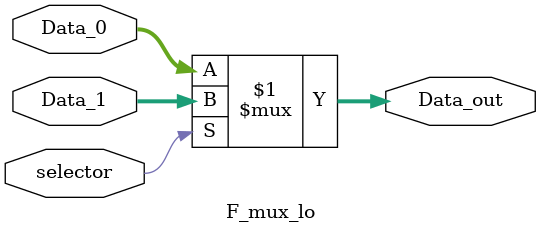
<source format=v>
module F_mux_lo (
    input  wire            selector,
    input  wire    [31:0]  Data_0,
    input  wire    [31:0]  Data_1, 
    output wire    [31:0]  Data_out 
);

    assign Data_out = (selector) ? Data_1 : Data_0;
    
endmodule
</source>
